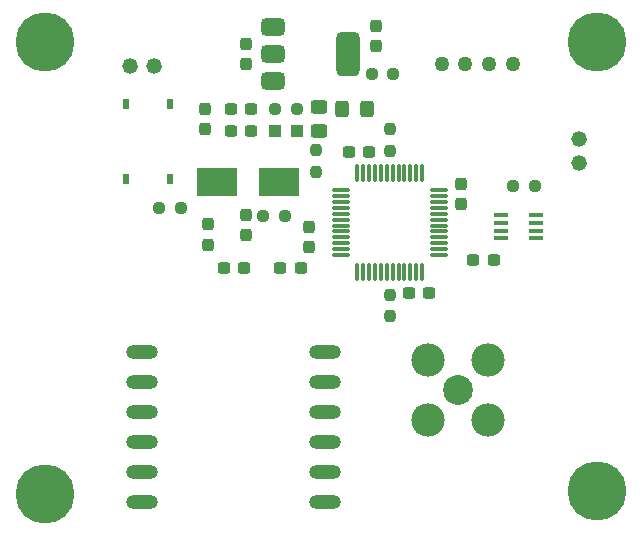
<source format=gbr>
G04 #@! TF.GenerationSoftware,KiCad,Pcbnew,9.0.0*
G04 #@! TF.CreationDate,2025-04-23T00:46:07-04:00*
G04 #@! TF.ProjectId,GPS,4750532e-6b69-4636-9164-5f7063625858,rev?*
G04 #@! TF.SameCoordinates,Original*
G04 #@! TF.FileFunction,Soldermask,Top*
G04 #@! TF.FilePolarity,Negative*
%FSLAX46Y46*%
G04 Gerber Fmt 4.6, Leading zero omitted, Abs format (unit mm)*
G04 Created by KiCad (PCBNEW 9.0.0) date 2025-04-23 00:46:07*
%MOMM*%
%LPD*%
G01*
G04 APERTURE LIST*
G04 Aperture macros list*
%AMRoundRect*
0 Rectangle with rounded corners*
0 $1 Rounding radius*
0 $2 $3 $4 $5 $6 $7 $8 $9 X,Y pos of 4 corners*
0 Add a 4 corners polygon primitive as box body*
4,1,4,$2,$3,$4,$5,$6,$7,$8,$9,$2,$3,0*
0 Add four circle primitives for the rounded corners*
1,1,$1+$1,$2,$3*
1,1,$1+$1,$4,$5*
1,1,$1+$1,$6,$7*
1,1,$1+$1,$8,$9*
0 Add four rect primitives between the rounded corners*
20,1,$1+$1,$2,$3,$4,$5,0*
20,1,$1+$1,$4,$5,$6,$7,0*
20,1,$1+$1,$6,$7,$8,$9,0*
20,1,$1+$1,$8,$9,$2,$3,0*%
G04 Aperture macros list end*
%ADD10RoundRect,0.237500X0.250000X0.237500X-0.250000X0.237500X-0.250000X-0.237500X0.250000X-0.237500X0*%
%ADD11RoundRect,0.237500X0.237500X-0.300000X0.237500X0.300000X-0.237500X0.300000X-0.237500X-0.300000X0*%
%ADD12C,1.320800*%
%ADD13R,0.558800X0.952500*%
%ADD14RoundRect,0.250000X-0.450000X0.325000X-0.450000X-0.325000X0.450000X-0.325000X0.450000X0.325000X0*%
%ADD15RoundRect,0.237500X-0.300000X-0.237500X0.300000X-0.237500X0.300000X0.237500X-0.300000X0.237500X0*%
%ADD16C,5.000000*%
%ADD17RoundRect,0.237500X-0.250000X-0.237500X0.250000X-0.237500X0.250000X0.237500X-0.250000X0.237500X0*%
%ADD18RoundRect,0.237500X-0.237500X0.300000X-0.237500X-0.300000X0.237500X-0.300000X0.237500X0.300000X0*%
%ADD19R,3.500000X2.400000*%
%ADD20RoundRect,0.250000X-0.325000X-0.450000X0.325000X-0.450000X0.325000X0.450000X-0.325000X0.450000X0*%
%ADD21RoundRect,0.237500X0.300000X0.237500X-0.300000X0.237500X-0.300000X-0.237500X0.300000X-0.237500X0*%
%ADD22RoundRect,0.375000X-0.625000X-0.375000X0.625000X-0.375000X0.625000X0.375000X-0.625000X0.375000X0*%
%ADD23RoundRect,0.500000X-0.500000X-1.400000X0.500000X-1.400000X0.500000X1.400000X-0.500000X1.400000X0*%
%ADD24C,2.529000*%
%ADD25C,2.829000*%
%ADD26R,1.050000X1.100000*%
%ADD27RoundRect,0.237500X-0.237500X0.250000X-0.237500X-0.250000X0.237500X-0.250000X0.237500X0.250000X0*%
%ADD28R,1.200000X0.449999*%
%ADD29O,2.704000X1.204000*%
%ADD30RoundRect,0.075000X-0.662500X-0.075000X0.662500X-0.075000X0.662500X0.075000X-0.662500X0.075000X0*%
%ADD31RoundRect,0.075000X-0.075000X-0.662500X0.075000X-0.662500X0.075000X0.662500X-0.075000X0.662500X0*%
%ADD32C,1.270000*%
%ADD33RoundRect,0.237500X0.237500X-0.250000X0.237500X0.250000X-0.237500X0.250000X-0.237500X-0.250000X0*%
G04 APERTURE END LIST*
D10*
X155312500Y-63200000D03*
X153487500Y-63200000D03*
D11*
X162000000Y-57862500D03*
X162000000Y-56137500D03*
X151000000Y-59362500D03*
X151000000Y-57637500D03*
X147600000Y-64862500D03*
X147600000Y-63137500D03*
D12*
X179232600Y-67750000D03*
X179232600Y-65749999D03*
D13*
X144600000Y-62737300D03*
X144600000Y-69100000D03*
X140891600Y-62737300D03*
X140891600Y-69100000D03*
D12*
X143250000Y-59517400D03*
X141249999Y-59517400D03*
D14*
X157200000Y-62975000D03*
X157200000Y-65025000D03*
D15*
X159737500Y-66800000D03*
X161462500Y-66800000D03*
D16*
X180750000Y-57500000D03*
D17*
X173660000Y-69720000D03*
X175485000Y-69720000D03*
D18*
X151000000Y-72137500D03*
X151000000Y-73862500D03*
D19*
X148600000Y-69400000D03*
X153800000Y-69400000D03*
D20*
X159200000Y-63200000D03*
X161250000Y-63200000D03*
D21*
X172000000Y-76000000D03*
X170275000Y-76000000D03*
D10*
X145512500Y-71600000D03*
X143687500Y-71600000D03*
D16*
X180750000Y-95500000D03*
D22*
X153350000Y-56200000D03*
X153350000Y-58500000D03*
D23*
X159650000Y-58500000D03*
D22*
X153350000Y-60800000D03*
D24*
X169000000Y-87000000D03*
D25*
X166460000Y-84460000D03*
X166460000Y-89540000D03*
X171540000Y-84460000D03*
X171540000Y-89540000D03*
D11*
X156400000Y-74862500D03*
X156400000Y-73137500D03*
D18*
X169200000Y-69537500D03*
X169200000Y-71262500D03*
D26*
X153475000Y-65000000D03*
X155325000Y-65000000D03*
D17*
X152487500Y-72200000D03*
X154312500Y-72200000D03*
D21*
X151462500Y-63200000D03*
X149737500Y-63200000D03*
D27*
X163200000Y-78887500D03*
X163200000Y-80712500D03*
D21*
X151462500Y-65000000D03*
X149737500Y-65000000D03*
D16*
X134000000Y-57500000D03*
D15*
X149137500Y-76600000D03*
X150862500Y-76600000D03*
D21*
X166525000Y-78800000D03*
X164800000Y-78800000D03*
D17*
X161687500Y-60200000D03*
X163512500Y-60200000D03*
D21*
X155662500Y-76600000D03*
X153937500Y-76600000D03*
D28*
X172660000Y-72180000D03*
X172660000Y-72830001D03*
X172660000Y-73480000D03*
X172660000Y-74130001D03*
X175609999Y-74130001D03*
X175609999Y-73480000D03*
X175609999Y-72830001D03*
X175609999Y-72180000D03*
D29*
X142250000Y-83750000D03*
X142250000Y-86290000D03*
X142250000Y-88830000D03*
X142250000Y-91370000D03*
X142250000Y-93910000D03*
X142250000Y-96450000D03*
X157750000Y-96450000D03*
X157750000Y-93910000D03*
X157750000Y-91370000D03*
X157750000Y-88830000D03*
X157750000Y-86290000D03*
X157750000Y-83750000D03*
D16*
X134000000Y-95750000D03*
D11*
X147800000Y-74662500D03*
X147800000Y-72937500D03*
D27*
X157000000Y-66687500D03*
X157000000Y-68512500D03*
D30*
X159037500Y-70050000D03*
X159037500Y-70550000D03*
X159037500Y-71050000D03*
X159037500Y-71550000D03*
X159037500Y-72050000D03*
X159037500Y-72550000D03*
X159037500Y-73050000D03*
X159037500Y-73550000D03*
X159037500Y-74050000D03*
X159037500Y-74550000D03*
X159037500Y-75050000D03*
X159037500Y-75550000D03*
D31*
X160450000Y-76962500D03*
X160950000Y-76962500D03*
X161450000Y-76962500D03*
X161950000Y-76962500D03*
X162450000Y-76962500D03*
X162950000Y-76962500D03*
X163450000Y-76962500D03*
X163950000Y-76962500D03*
X164450000Y-76962500D03*
X164950000Y-76962500D03*
X165450000Y-76962500D03*
X165950000Y-76962500D03*
D30*
X167362500Y-75550000D03*
X167362500Y-75050000D03*
X167362500Y-74550000D03*
X167362500Y-74050000D03*
X167362500Y-73550000D03*
X167362500Y-73050000D03*
X167362500Y-72550000D03*
X167362500Y-72050000D03*
X167362500Y-71550000D03*
X167362500Y-71050000D03*
X167362500Y-70550000D03*
X167362500Y-70050000D03*
D31*
X165950000Y-68637500D03*
X165450000Y-68637500D03*
X164950000Y-68637500D03*
X164450000Y-68637500D03*
X163950000Y-68637500D03*
X163450000Y-68637500D03*
X162950000Y-68637500D03*
X162450000Y-68637500D03*
X161950000Y-68637500D03*
X161450000Y-68637500D03*
X160950000Y-68637500D03*
X160450000Y-68637500D03*
D32*
X173600000Y-59400000D03*
X171600001Y-59400000D03*
X169600000Y-59400000D03*
X167600002Y-59400000D03*
D33*
X163200000Y-66712500D03*
X163200000Y-64887500D03*
M02*

</source>
